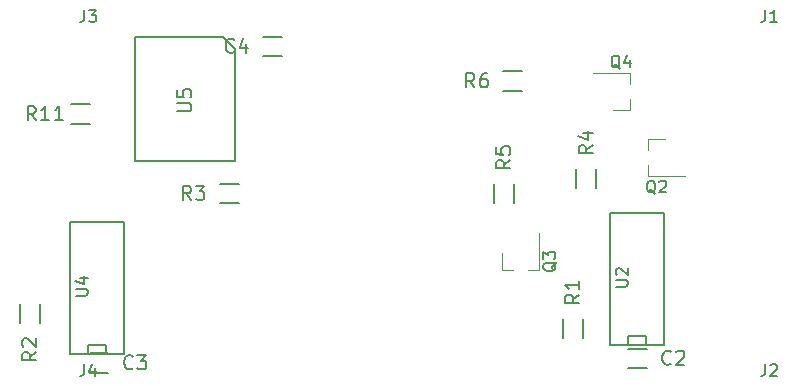
<source format=gbr>
G04 #@! TF.FileFunction,Legend,Top*
%FSLAX46Y46*%
G04 Gerber Fmt 4.6, Leading zero omitted, Abs format (unit mm)*
G04 Created by KiCad (PCBNEW 4.0.6) date 09/03/17 13:59:48*
%MOMM*%
%LPD*%
G01*
G04 APERTURE LIST*
%ADD10C,0.100000*%
%ADD11C,0.160000*%
%ADD12C,0.120000*%
%ADD13C,0.150000*%
%ADD14C,0.200000*%
G04 APERTURE END LIST*
D10*
D11*
X51854000Y-39546000D02*
X50254000Y-39546000D01*
X51854000Y-41226000D02*
X50254000Y-41226000D01*
D12*
X86465000Y-35758000D02*
X86465000Y-36688000D01*
X86465000Y-38918000D02*
X86465000Y-37988000D01*
X86465000Y-38918000D02*
X89625000Y-38918000D01*
X86465000Y-35758000D02*
X87925000Y-35758000D01*
X74112000Y-46861000D02*
X75042000Y-46861000D01*
X77272000Y-46861000D02*
X76342000Y-46861000D01*
X77272000Y-46861000D02*
X77272000Y-43701000D01*
X74112000Y-46861000D02*
X74112000Y-45401000D01*
X84985000Y-33330000D02*
X84985000Y-32400000D01*
X84985000Y-30170000D02*
X84985000Y-31100000D01*
X84985000Y-30170000D02*
X81825000Y-30170000D01*
X84985000Y-33330000D02*
X83525000Y-33330000D01*
D11*
X80977000Y-52600000D02*
X80977000Y-51000000D01*
X79297000Y-52600000D02*
X79297000Y-51000000D01*
X33323000Y-49746000D02*
X33323000Y-51346000D01*
X35003000Y-49746000D02*
X35003000Y-51346000D01*
X82120000Y-39932000D02*
X82120000Y-38332000D01*
X80440000Y-39932000D02*
X80440000Y-38332000D01*
X75135000Y-41186000D02*
X75135000Y-39586000D01*
X73455000Y-41186000D02*
X73455000Y-39586000D01*
X75857000Y-30021000D02*
X74257000Y-30021000D01*
X75857000Y-31701000D02*
X74257000Y-31701000D01*
D13*
X84836000Y-53213000D02*
X84836000Y-52451000D01*
X84836000Y-52451000D02*
X86360000Y-52451000D01*
X86360000Y-52451000D02*
X86360000Y-53213000D01*
X83312000Y-42037000D02*
X87884000Y-42037000D01*
X87884000Y-42037000D02*
X87884000Y-53213000D01*
X87884000Y-53213000D02*
X83312000Y-53213000D01*
X83312000Y-53213000D02*
X83312000Y-42037000D01*
X39116000Y-53975000D02*
X39116000Y-53213000D01*
X39116000Y-53213000D02*
X40640000Y-53213000D01*
X40640000Y-53213000D02*
X40640000Y-53975000D01*
X37592000Y-42799000D02*
X42164000Y-42799000D01*
X42164000Y-42799000D02*
X42164000Y-53975000D01*
X42164000Y-53975000D02*
X37592000Y-53975000D01*
X37592000Y-53975000D02*
X37592000Y-42799000D01*
X51504000Y-28140000D02*
X50504000Y-27140000D01*
X50504000Y-27140000D02*
X43104000Y-27140000D01*
X43104000Y-27140000D02*
X43104000Y-37630000D01*
X43104000Y-37630000D02*
X51504000Y-37630000D01*
X51504000Y-37630000D02*
X51504000Y-28140000D01*
D11*
X39281000Y-32815000D02*
X37681000Y-32815000D01*
X39281000Y-34495000D02*
X37681000Y-34495000D01*
X84798000Y-55196000D02*
X86398000Y-55196000D01*
X84798000Y-53516000D02*
X86398000Y-53516000D01*
X39221000Y-55577000D02*
X40821000Y-55577000D01*
X39221000Y-53897000D02*
X40821000Y-53897000D01*
X55521000Y-27100000D02*
X53921000Y-27100000D01*
X55521000Y-28780000D02*
X53921000Y-28780000D01*
D14*
X47806001Y-40928857D02*
X47406001Y-40357429D01*
X47120286Y-40928857D02*
X47120286Y-39728857D01*
X47577429Y-39728857D01*
X47691715Y-39786000D01*
X47748858Y-39843143D01*
X47806001Y-39957429D01*
X47806001Y-40128857D01*
X47748858Y-40243143D01*
X47691715Y-40300286D01*
X47577429Y-40357429D01*
X47120286Y-40357429D01*
X48206001Y-39728857D02*
X48948858Y-39728857D01*
X48548858Y-40186000D01*
X48720286Y-40186000D01*
X48834572Y-40243143D01*
X48891715Y-40300286D01*
X48948858Y-40414571D01*
X48948858Y-40700286D01*
X48891715Y-40814571D01*
X48834572Y-40871714D01*
X48720286Y-40928857D01*
X48377429Y-40928857D01*
X48263143Y-40871714D01*
X48206001Y-40814571D01*
D13*
X87129762Y-40385619D02*
X87034524Y-40338000D01*
X86939286Y-40242762D01*
X86796429Y-40099905D01*
X86701190Y-40052286D01*
X86605952Y-40052286D01*
X86653571Y-40290381D02*
X86558333Y-40242762D01*
X86463095Y-40147524D01*
X86415476Y-39957048D01*
X86415476Y-39623714D01*
X86463095Y-39433238D01*
X86558333Y-39338000D01*
X86653571Y-39290381D01*
X86844048Y-39290381D01*
X86939286Y-39338000D01*
X87034524Y-39433238D01*
X87082143Y-39623714D01*
X87082143Y-39957048D01*
X87034524Y-40147524D01*
X86939286Y-40242762D01*
X86844048Y-40290381D01*
X86653571Y-40290381D01*
X87463095Y-39385619D02*
X87510714Y-39338000D01*
X87605952Y-39290381D01*
X87844048Y-39290381D01*
X87939286Y-39338000D01*
X87986905Y-39385619D01*
X88034524Y-39480857D01*
X88034524Y-39576095D01*
X87986905Y-39718952D01*
X87415476Y-40290381D01*
X88034524Y-40290381D01*
X78739619Y-46196238D02*
X78692000Y-46291476D01*
X78596762Y-46386714D01*
X78453905Y-46529571D01*
X78406286Y-46624810D01*
X78406286Y-46720048D01*
X78644381Y-46672429D02*
X78596762Y-46767667D01*
X78501524Y-46862905D01*
X78311048Y-46910524D01*
X77977714Y-46910524D01*
X77787238Y-46862905D01*
X77692000Y-46767667D01*
X77644381Y-46672429D01*
X77644381Y-46481952D01*
X77692000Y-46386714D01*
X77787238Y-46291476D01*
X77977714Y-46243857D01*
X78311048Y-46243857D01*
X78501524Y-46291476D01*
X78596762Y-46386714D01*
X78644381Y-46481952D01*
X78644381Y-46672429D01*
X77644381Y-45910524D02*
X77644381Y-45291476D01*
X78025333Y-45624810D01*
X78025333Y-45481952D01*
X78072952Y-45386714D01*
X78120571Y-45339095D01*
X78215810Y-45291476D01*
X78453905Y-45291476D01*
X78549143Y-45339095D01*
X78596762Y-45386714D01*
X78644381Y-45481952D01*
X78644381Y-45767667D01*
X78596762Y-45862905D01*
X78549143Y-45910524D01*
X84129762Y-29797619D02*
X84034524Y-29750000D01*
X83939286Y-29654762D01*
X83796429Y-29511905D01*
X83701190Y-29464286D01*
X83605952Y-29464286D01*
X83653571Y-29702381D02*
X83558333Y-29654762D01*
X83463095Y-29559524D01*
X83415476Y-29369048D01*
X83415476Y-29035714D01*
X83463095Y-28845238D01*
X83558333Y-28750000D01*
X83653571Y-28702381D01*
X83844048Y-28702381D01*
X83939286Y-28750000D01*
X84034524Y-28845238D01*
X84082143Y-29035714D01*
X84082143Y-29369048D01*
X84034524Y-29559524D01*
X83939286Y-29654762D01*
X83844048Y-29702381D01*
X83653571Y-29702381D01*
X84939286Y-29035714D02*
X84939286Y-29702381D01*
X84701190Y-28654762D02*
X84463095Y-29369048D01*
X85082143Y-29369048D01*
D14*
X80679857Y-48951999D02*
X80108429Y-49351999D01*
X80679857Y-49637714D02*
X79479857Y-49637714D01*
X79479857Y-49180571D01*
X79537000Y-49066285D01*
X79594143Y-49009142D01*
X79708429Y-48951999D01*
X79879857Y-48951999D01*
X79994143Y-49009142D01*
X80051286Y-49066285D01*
X80108429Y-49180571D01*
X80108429Y-49637714D01*
X80679857Y-47809142D02*
X80679857Y-48494857D01*
X80679857Y-48151999D02*
X79479857Y-48151999D01*
X79651286Y-48266285D01*
X79765571Y-48380571D01*
X79822714Y-48494857D01*
X34705857Y-53793999D02*
X34134429Y-54193999D01*
X34705857Y-54479714D02*
X33505857Y-54479714D01*
X33505857Y-54022571D01*
X33563000Y-53908285D01*
X33620143Y-53851142D01*
X33734429Y-53793999D01*
X33905857Y-53793999D01*
X34020143Y-53851142D01*
X34077286Y-53908285D01*
X34134429Y-54022571D01*
X34134429Y-54479714D01*
X33620143Y-53336857D02*
X33563000Y-53279714D01*
X33505857Y-53165428D01*
X33505857Y-52879714D01*
X33563000Y-52765428D01*
X33620143Y-52708285D01*
X33734429Y-52651142D01*
X33848714Y-52651142D01*
X34020143Y-52708285D01*
X34705857Y-53393999D01*
X34705857Y-52651142D01*
X81822857Y-36283999D02*
X81251429Y-36683999D01*
X81822857Y-36969714D02*
X80622857Y-36969714D01*
X80622857Y-36512571D01*
X80680000Y-36398285D01*
X80737143Y-36341142D01*
X80851429Y-36283999D01*
X81022857Y-36283999D01*
X81137143Y-36341142D01*
X81194286Y-36398285D01*
X81251429Y-36512571D01*
X81251429Y-36969714D01*
X81022857Y-35255428D02*
X81822857Y-35255428D01*
X80565714Y-35541142D02*
X81422857Y-35826857D01*
X81422857Y-35083999D01*
X74837857Y-37537999D02*
X74266429Y-37937999D01*
X74837857Y-38223714D02*
X73637857Y-38223714D01*
X73637857Y-37766571D01*
X73695000Y-37652285D01*
X73752143Y-37595142D01*
X73866429Y-37537999D01*
X74037857Y-37537999D01*
X74152143Y-37595142D01*
X74209286Y-37652285D01*
X74266429Y-37766571D01*
X74266429Y-38223714D01*
X73637857Y-36452285D02*
X73637857Y-37023714D01*
X74209286Y-37080857D01*
X74152143Y-37023714D01*
X74095000Y-36909428D01*
X74095000Y-36623714D01*
X74152143Y-36509428D01*
X74209286Y-36452285D01*
X74323571Y-36395142D01*
X74609286Y-36395142D01*
X74723571Y-36452285D01*
X74780714Y-36509428D01*
X74837857Y-36623714D01*
X74837857Y-36909428D01*
X74780714Y-37023714D01*
X74723571Y-37080857D01*
X71809001Y-31403857D02*
X71409001Y-30832429D01*
X71123286Y-31403857D02*
X71123286Y-30203857D01*
X71580429Y-30203857D01*
X71694715Y-30261000D01*
X71751858Y-30318143D01*
X71809001Y-30432429D01*
X71809001Y-30603857D01*
X71751858Y-30718143D01*
X71694715Y-30775286D01*
X71580429Y-30832429D01*
X71123286Y-30832429D01*
X72837572Y-30203857D02*
X72609001Y-30203857D01*
X72494715Y-30261000D01*
X72437572Y-30318143D01*
X72323286Y-30489571D01*
X72266143Y-30718143D01*
X72266143Y-31175286D01*
X72323286Y-31289571D01*
X72380429Y-31346714D01*
X72494715Y-31403857D01*
X72723286Y-31403857D01*
X72837572Y-31346714D01*
X72894715Y-31289571D01*
X72951858Y-31175286D01*
X72951858Y-30889571D01*
X72894715Y-30775286D01*
X72837572Y-30718143D01*
X72723286Y-30661000D01*
X72494715Y-30661000D01*
X72380429Y-30718143D01*
X72323286Y-30775286D01*
X72266143Y-30889571D01*
D13*
X83780381Y-48259905D02*
X84589905Y-48259905D01*
X84685143Y-48212286D01*
X84732762Y-48164667D01*
X84780381Y-48069429D01*
X84780381Y-47878952D01*
X84732762Y-47783714D01*
X84685143Y-47736095D01*
X84589905Y-47688476D01*
X83780381Y-47688476D01*
X83875619Y-47259905D02*
X83828000Y-47212286D01*
X83780381Y-47117048D01*
X83780381Y-46878952D01*
X83828000Y-46783714D01*
X83875619Y-46736095D01*
X83970857Y-46688476D01*
X84066095Y-46688476D01*
X84208952Y-46736095D01*
X84780381Y-47307524D01*
X84780381Y-46688476D01*
X38060381Y-49021905D02*
X38869905Y-49021905D01*
X38965143Y-48974286D01*
X39012762Y-48926667D01*
X39060381Y-48831429D01*
X39060381Y-48640952D01*
X39012762Y-48545714D01*
X38965143Y-48498095D01*
X38869905Y-48450476D01*
X38060381Y-48450476D01*
X38393714Y-47545714D02*
X39060381Y-47545714D01*
X38012762Y-47783810D02*
X38727048Y-48021905D01*
X38727048Y-47402857D01*
X46646857Y-33426286D02*
X47618286Y-33426286D01*
X47732571Y-33369143D01*
X47789714Y-33312000D01*
X47846857Y-33197714D01*
X47846857Y-32969143D01*
X47789714Y-32854857D01*
X47732571Y-32797714D01*
X47618286Y-32740571D01*
X46646857Y-32740571D01*
X46646857Y-31597714D02*
X46646857Y-32169143D01*
X47218286Y-32226286D01*
X47161143Y-32169143D01*
X47104000Y-32054857D01*
X47104000Y-31769143D01*
X47161143Y-31654857D01*
X47218286Y-31597714D01*
X47332571Y-31540571D01*
X47618286Y-31540571D01*
X47732571Y-31597714D01*
X47789714Y-31654857D01*
X47846857Y-31769143D01*
X47846857Y-32054857D01*
X47789714Y-32169143D01*
X47732571Y-32226286D01*
X38782667Y-24852381D02*
X38782667Y-25566667D01*
X38735047Y-25709524D01*
X38639809Y-25804762D01*
X38496952Y-25852381D01*
X38401714Y-25852381D01*
X39163619Y-24852381D02*
X39782667Y-24852381D01*
X39449333Y-25233333D01*
X39592191Y-25233333D01*
X39687429Y-25280952D01*
X39735048Y-25328571D01*
X39782667Y-25423810D01*
X39782667Y-25661905D01*
X39735048Y-25757143D01*
X39687429Y-25804762D01*
X39592191Y-25852381D01*
X39306476Y-25852381D01*
X39211238Y-25804762D01*
X39163619Y-25757143D01*
X38782667Y-54824381D02*
X38782667Y-55538667D01*
X38735047Y-55681524D01*
X38639809Y-55776762D01*
X38496952Y-55824381D01*
X38401714Y-55824381D01*
X39687429Y-55157714D02*
X39687429Y-55824381D01*
X39449333Y-54776762D02*
X39211238Y-55491048D01*
X39830286Y-55491048D01*
X96440667Y-54824381D02*
X96440667Y-55538667D01*
X96393047Y-55681524D01*
X96297809Y-55776762D01*
X96154952Y-55824381D01*
X96059714Y-55824381D01*
X96869238Y-54919619D02*
X96916857Y-54872000D01*
X97012095Y-54824381D01*
X97250191Y-54824381D01*
X97345429Y-54872000D01*
X97393048Y-54919619D01*
X97440667Y-55014857D01*
X97440667Y-55110095D01*
X97393048Y-55252952D01*
X96821619Y-55824381D01*
X97440667Y-55824381D01*
X96440667Y-24852381D02*
X96440667Y-25566667D01*
X96393047Y-25709524D01*
X96297809Y-25804762D01*
X96154952Y-25852381D01*
X96059714Y-25852381D01*
X97440667Y-25852381D02*
X96869238Y-25852381D01*
X97154952Y-25852381D02*
X97154952Y-24852381D01*
X97059714Y-24995238D01*
X96964476Y-25090476D01*
X96869238Y-25138095D01*
D14*
X34661572Y-34197857D02*
X34261572Y-33626429D01*
X33975857Y-34197857D02*
X33975857Y-32997857D01*
X34433000Y-32997857D01*
X34547286Y-33055000D01*
X34604429Y-33112143D01*
X34661572Y-33226429D01*
X34661572Y-33397857D01*
X34604429Y-33512143D01*
X34547286Y-33569286D01*
X34433000Y-33626429D01*
X33975857Y-33626429D01*
X35804429Y-34197857D02*
X35118714Y-34197857D01*
X35461572Y-34197857D02*
X35461572Y-32997857D01*
X35347286Y-33169286D01*
X35233000Y-33283571D01*
X35118714Y-33340714D01*
X36947286Y-34197857D02*
X36261571Y-34197857D01*
X36604429Y-34197857D02*
X36604429Y-32997857D01*
X36490143Y-33169286D01*
X36375857Y-33283571D01*
X36261571Y-33340714D01*
X88446001Y-54784571D02*
X88388858Y-54841714D01*
X88217429Y-54898857D01*
X88103143Y-54898857D01*
X87931715Y-54841714D01*
X87817429Y-54727429D01*
X87760286Y-54613143D01*
X87703143Y-54384571D01*
X87703143Y-54213143D01*
X87760286Y-53984571D01*
X87817429Y-53870286D01*
X87931715Y-53756000D01*
X88103143Y-53698857D01*
X88217429Y-53698857D01*
X88388858Y-53756000D01*
X88446001Y-53813143D01*
X88903143Y-53813143D02*
X88960286Y-53756000D01*
X89074572Y-53698857D01*
X89360286Y-53698857D01*
X89474572Y-53756000D01*
X89531715Y-53813143D01*
X89588858Y-53927429D01*
X89588858Y-54041714D01*
X89531715Y-54213143D01*
X88846001Y-54898857D01*
X89588858Y-54898857D01*
X42869001Y-55165571D02*
X42811858Y-55222714D01*
X42640429Y-55279857D01*
X42526143Y-55279857D01*
X42354715Y-55222714D01*
X42240429Y-55108429D01*
X42183286Y-54994143D01*
X42126143Y-54765571D01*
X42126143Y-54594143D01*
X42183286Y-54365571D01*
X42240429Y-54251286D01*
X42354715Y-54137000D01*
X42526143Y-54079857D01*
X42640429Y-54079857D01*
X42811858Y-54137000D01*
X42869001Y-54194143D01*
X43269001Y-54079857D02*
X44011858Y-54079857D01*
X43611858Y-54537000D01*
X43783286Y-54537000D01*
X43897572Y-54594143D01*
X43954715Y-54651286D01*
X44011858Y-54765571D01*
X44011858Y-55051286D01*
X43954715Y-55165571D01*
X43897572Y-55222714D01*
X43783286Y-55279857D01*
X43440429Y-55279857D01*
X43326143Y-55222714D01*
X43269001Y-55165571D01*
X51473001Y-28368571D02*
X51415858Y-28425714D01*
X51244429Y-28482857D01*
X51130143Y-28482857D01*
X50958715Y-28425714D01*
X50844429Y-28311429D01*
X50787286Y-28197143D01*
X50730143Y-27968571D01*
X50730143Y-27797143D01*
X50787286Y-27568571D01*
X50844429Y-27454286D01*
X50958715Y-27340000D01*
X51130143Y-27282857D01*
X51244429Y-27282857D01*
X51415858Y-27340000D01*
X51473001Y-27397143D01*
X52501572Y-27682857D02*
X52501572Y-28482857D01*
X52215858Y-27225714D02*
X51930143Y-28082857D01*
X52673001Y-28082857D01*
M02*

</source>
